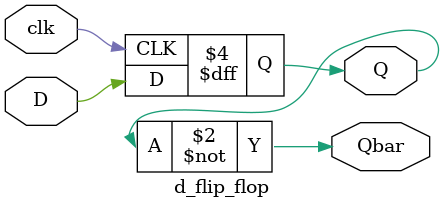
<source format=v>
module d_flip_flop(
    input wire D,
    input wire clk,    
    output reg Q,
    output wire Qbar
);
    initial Q = 0;      

    always @(posedge clk) begin
        Q <= D;         
    end

    assign Qbar = ~Q;
endmodule

</source>
